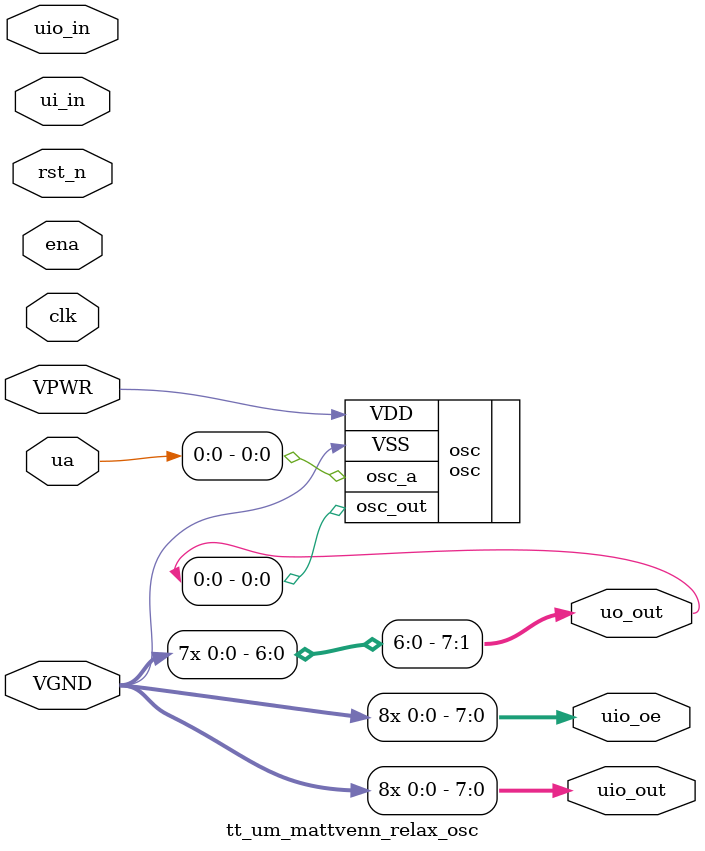
<source format=v>

`default_nettype none


module tt_um_mattvenn_relax_osc (
    input  wire       VGND,
    input  wire       VPWR,
    input  wire [7:0] ui_in,    // Dedicated inputs
    output wire [7:0] uo_out,   // Dedicated outputs
    input  wire [7:0] uio_in,   // IOs: Input path
    output wire [7:0] uio_out,  // IOs: Output path
    output wire [7:0] uio_oe,   // IOs: Enable path (active high: 0=input, 1=output)
    inout  wire [7:0] ua, // analog pins
    input  wire       ena,      // will go high when the design is enabled
    input  wire       clk,      // clock
    input  wire       rst_n     // reset_n - low to reset
);

    osc osc(
        .osc_out(uo_out[0]),
        .osc_a(ua[0]),
        .VDD(VPWR),
        .VSS(VGND)
        );

    // ties for the output enables
    assign uo_out[1] = VGND;
    assign uo_out[2] = VGND;
    assign uo_out[3] = VGND;
    assign uo_out[4] = VGND;
    assign uo_out[5] = VGND;
    assign uo_out[6] = VGND;
    assign uo_out[7] = VGND;

    assign uio_out[0] = VGND;
    assign uio_out[1] = VGND;
    assign uio_out[2] = VGND;
    assign uio_out[3] = VGND;
    assign uio_out[4] = VGND;
    assign uio_out[5] = VGND;
    assign uio_out[6] = VGND;
    assign uio_out[7] = VGND;

    assign uio_oe[0] = VGND;
    assign uio_oe[1] = VGND;
    assign uio_oe[2] = VGND;
    assign uio_oe[3] = VGND;
    assign uio_oe[4] = VGND;
    assign uio_oe[5] = VGND;
    assign uio_oe[6] = VGND;
    assign uio_oe[7] = VGND;

endmodule

</source>
